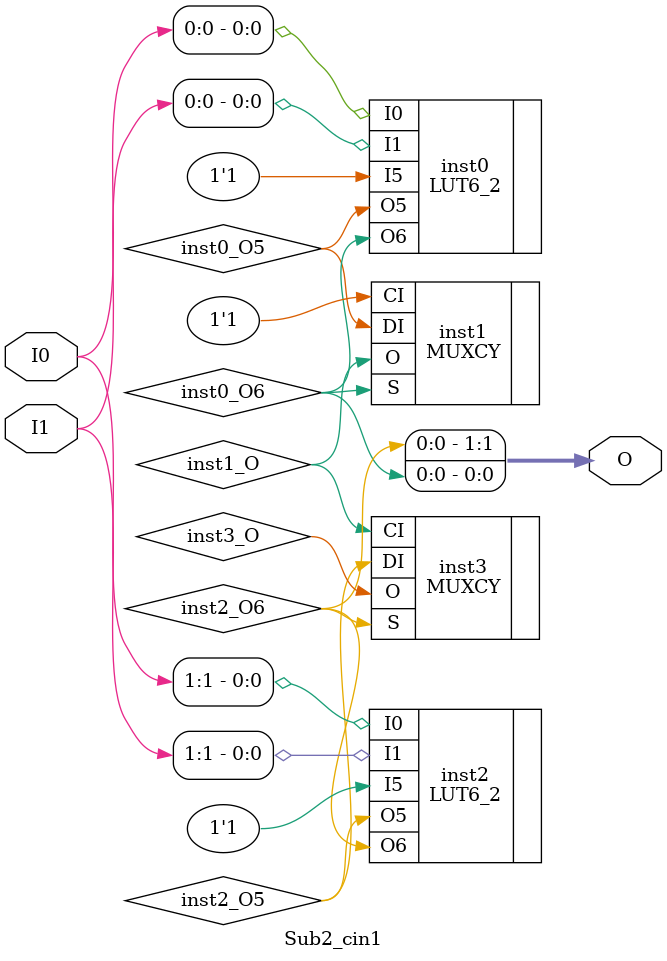
<source format=v>
module Sub2_cin1 (input [1:0] I0, input [1:0] I1, output [1:0] O);
wire  inst0_O5;
wire  inst0_O6;
wire  inst1_O;
wire  inst2_O5;
wire  inst2_O6;
wire  inst3_O;
LUT6_2 #(.INIT(64'h4444444444444443)) inst0 (.I0(I0[0]), .I1(I1[0]), .I5(1'b1), .O5(inst0_O5), .O6(inst0_O6));
MUXCY inst1 (.DI(inst0_O5), .CI(1'b1), .S(inst0_O6), .O(inst1_O));
LUT6_2 #(.INIT(64'h4444444444444443)) inst2 (.I0(I0[1]), .I1(I1[1]), .I5(1'b1), .O5(inst2_O5), .O6(inst2_O6));
MUXCY inst3 (.DI(inst2_O5), .CI(inst1_O), .S(inst2_O6), .O(inst3_O));
assign O = {inst2_O6,inst0_O6};
endmodule


</source>
